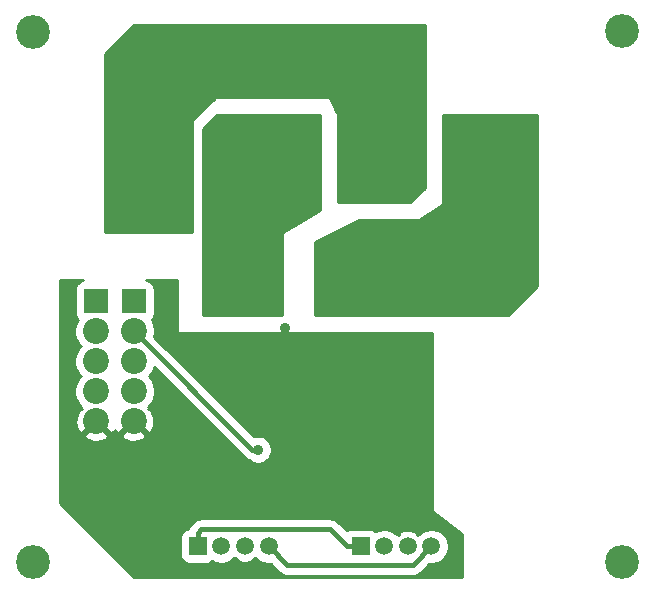
<source format=gbl>
G04 #@! TF.GenerationSoftware,KiCad,Pcbnew,(5.1.0)-1*
G04 #@! TF.CreationDate,2020-11-16T17:51:54+00:00*
G04 #@! TF.ProjectId,DC_Power_Monitor,44435f50-6f77-4657-925f-4d6f6e69746f,rev?*
G04 #@! TF.SameCoordinates,PX2455c20PY82ce540*
G04 #@! TF.FileFunction,Copper,L2,Bot*
G04 #@! TF.FilePolarity,Positive*
%FSLAX46Y46*%
G04 Gerber Fmt 4.6, Leading zero omitted, Abs format (unit mm)*
G04 Created by KiCad (PCBNEW (5.1.0)-1) date 2020-11-16 17:51:54*
%MOMM*%
%LPD*%
G04 APERTURE LIST*
%ADD10R,3.000000X3.000000*%
%ADD11C,3.000000*%
%ADD12R,2.100580X2.100580*%
%ADD13C,2.199640*%
%ADD14R,2.540000X6.350000*%
%ADD15R,2.540000X2.540000*%
%ADD16R,1.500000X1.500000*%
%ADD17C,1.500000*%
%ADD18C,2.864946*%
%ADD19C,0.889000*%
%ADD20C,0.381000*%
%ADD21C,0.254000*%
G04 APERTURE END LIST*
D10*
X23457000Y40405000D03*
D11*
X13932000Y40405000D03*
D10*
X42380000Y40405000D03*
D11*
X32855000Y40405000D03*
D12*
X11900000Y29610000D03*
D13*
X11900000Y27070000D03*
X11900000Y24530000D03*
X11900000Y21990000D03*
X11900000Y19450000D03*
D12*
X8725000Y29610000D03*
D13*
X8725000Y27070000D03*
X8725000Y24530000D03*
X8725000Y21990000D03*
X8725000Y19450000D03*
D14*
X28410000Y31515000D03*
D15*
X38570000Y31515000D03*
X36030000Y31515000D03*
D14*
X33490000Y31515000D03*
D15*
X41110000Y31515000D03*
D14*
X20790000Y31515000D03*
D16*
X31125000Y8861000D03*
D17*
X33125000Y8861000D03*
X35125000Y8861000D03*
X37125000Y8861000D03*
D16*
X17330000Y8861000D03*
D17*
X19330000Y8861000D03*
X21330000Y8861000D03*
X23330000Y8861000D03*
D18*
X3346451Y52434464D03*
X53296451Y52484464D03*
X53246452Y7534468D03*
X3346451Y7534464D03*
D19*
X24727000Y27324000D03*
X29680000Y14243000D03*
X22441000Y17037000D03*
D20*
X24727000Y27324000D02*
X24727000Y26695383D01*
X24727000Y26695383D02*
X29680000Y21742383D01*
X29680000Y21742383D02*
X29680000Y14243000D01*
X37125000Y8861000D02*
X35522000Y7258000D01*
X24933000Y7258000D02*
X23330000Y8861000D01*
X35522000Y7258000D02*
X24933000Y7258000D01*
X23330000Y37865000D02*
X23330000Y40405000D01*
X20790000Y31515000D02*
X20790000Y35325000D01*
X20790000Y35325000D02*
X23330000Y37865000D01*
X21933000Y17037000D02*
X22441000Y17037000D01*
X11900000Y27070000D02*
X21933000Y17037000D01*
X17330000Y9992000D02*
X17644000Y10306000D01*
X17330000Y8861000D02*
X17330000Y9992000D01*
X29994000Y8861000D02*
X31125000Y8861000D01*
X28549000Y10306000D02*
X29994000Y8861000D01*
X17644000Y10306000D02*
X28549000Y10306000D01*
D21*
G36*
X27648000Y37301907D02*
G01*
X24534659Y35433902D01*
X24514669Y35419062D01*
X24497958Y35400607D01*
X24485168Y35379247D01*
X24476792Y35355802D01*
X24473000Y35325000D01*
X24473000Y28467927D01*
X24468338Y28467000D01*
X17742000Y28467000D01*
X17742000Y44162394D01*
X18937606Y45358000D01*
X27648000Y45358000D01*
X27648000Y37301907D01*
X27648000Y37301907D01*
G37*
X27648000Y37301907D02*
X24534659Y35433902D01*
X24514669Y35419062D01*
X24497958Y35400607D01*
X24485168Y35379247D01*
X24476792Y35355802D01*
X24473000Y35325000D01*
X24473000Y28467927D01*
X24468338Y28467000D01*
X17742000Y28467000D01*
X17742000Y44162394D01*
X18937606Y45358000D01*
X27648000Y45358000D01*
X27648000Y37301907D01*
G36*
X46063000Y30932606D02*
G01*
X43597394Y28467000D01*
X27267000Y28467000D01*
X27267000Y34611510D01*
X30979980Y36468000D01*
X36030000Y36468000D01*
X36054776Y36470440D01*
X36078601Y36477667D01*
X36100447Y36489330D01*
X38005447Y37759330D01*
X38024709Y37775104D01*
X38040523Y37794332D01*
X38052282Y37816276D01*
X38059534Y37840093D01*
X38062000Y37865000D01*
X38062000Y45358000D01*
X46063000Y45358000D01*
X46063000Y30932606D01*
X46063000Y30932606D01*
G37*
X46063000Y30932606D02*
X43597394Y28467000D01*
X27267000Y28467000D01*
X27267000Y34611510D01*
X30979980Y36468000D01*
X36030000Y36468000D01*
X36054776Y36470440D01*
X36078601Y36477667D01*
X36100447Y36489330D01*
X38005447Y37759330D01*
X38024709Y37775104D01*
X38040523Y37794332D01*
X38052282Y37816276D01*
X38059534Y37840093D01*
X38062000Y37865000D01*
X38062000Y45358000D01*
X46063000Y45358000D01*
X46063000Y30932606D01*
G36*
X36538000Y39187606D02*
G01*
X35342394Y37992000D01*
X29172000Y37992000D01*
X29172000Y45485000D01*
X29169560Y45509776D01*
X29158592Y45541796D01*
X28523592Y46811796D01*
X28510329Y46832866D01*
X28493211Y46850943D01*
X28472894Y46865333D01*
X28450161Y46875483D01*
X28425884Y46881003D01*
X28410000Y46882000D01*
X18885000Y46882000D01*
X18860224Y46879560D01*
X18836399Y46872333D01*
X18814443Y46860597D01*
X18795197Y46844803D01*
X16890197Y44939803D01*
X16874403Y44920557D01*
X16862667Y44898601D01*
X16855440Y44874776D01*
X16853000Y44850000D01*
X16853000Y35452000D01*
X9487000Y35452000D01*
X9487000Y50512394D01*
X11952606Y52978000D01*
X36538000Y52978000D01*
X36538000Y39187606D01*
X36538000Y39187606D01*
G37*
X36538000Y39187606D02*
X35342394Y37992000D01*
X29172000Y37992000D01*
X29172000Y45485000D01*
X29169560Y45509776D01*
X29158592Y45541796D01*
X28523592Y46811796D01*
X28510329Y46832866D01*
X28493211Y46850943D01*
X28472894Y46865333D01*
X28450161Y46875483D01*
X28425884Y46881003D01*
X28410000Y46882000D01*
X18885000Y46882000D01*
X18860224Y46879560D01*
X18836399Y46872333D01*
X18814443Y46860597D01*
X18795197Y46844803D01*
X16890197Y44939803D01*
X16874403Y44920557D01*
X16862667Y44898601D01*
X16855440Y44874776D01*
X16853000Y44850000D01*
X16853000Y35452000D01*
X9487000Y35452000D01*
X9487000Y50512394D01*
X11952606Y52978000D01*
X36538000Y52978000D01*
X36538000Y39187606D01*
G36*
X7532193Y31376770D02*
G01*
X7395153Y31335200D01*
X7268857Y31267693D01*
X7158156Y31176844D01*
X7067307Y31066143D01*
X6999800Y30939847D01*
X6958230Y30802807D01*
X6944193Y30660290D01*
X6944193Y28559710D01*
X6958230Y28417193D01*
X6999800Y28280153D01*
X7067307Y28153857D01*
X7158156Y28043156D01*
X7171065Y28032562D01*
X7106093Y27935324D01*
X6968384Y27602864D01*
X6898180Y27249926D01*
X6898180Y26890074D01*
X6968384Y26537136D01*
X7106093Y26204676D01*
X7306016Y25905470D01*
X7411486Y25800000D01*
X7306016Y25694530D01*
X7106093Y25395324D01*
X6968384Y25062864D01*
X6898180Y24709926D01*
X6898180Y24350074D01*
X6968384Y23997136D01*
X7106093Y23664676D01*
X7306016Y23365470D01*
X7411486Y23260000D01*
X7306016Y23154530D01*
X7106093Y22855324D01*
X6968384Y22522864D01*
X6898180Y22169926D01*
X6898180Y21810074D01*
X6968384Y21457136D01*
X7106093Y21124676D01*
X7306016Y20825470D01*
X7471039Y20660447D01*
X7402992Y20592400D01*
X7518415Y20476977D01*
X7243809Y20369167D01*
X7092948Y20062540D01*
X7004806Y19732372D01*
X6982772Y19391353D01*
X7027690Y19052588D01*
X7137834Y18729095D01*
X7243809Y18530833D01*
X7518417Y18423022D01*
X8545395Y19450000D01*
X8531253Y19464142D01*
X8710858Y19643747D01*
X8725000Y19629605D01*
X8739143Y19643747D01*
X8918748Y19464142D01*
X8904605Y19450000D01*
X9931583Y18423022D01*
X10206191Y18530833D01*
X10309113Y18740023D01*
X10312834Y18729095D01*
X10418809Y18530833D01*
X10693417Y18423022D01*
X11720395Y19450000D01*
X11706253Y19464142D01*
X11885858Y19643747D01*
X11900000Y19629605D01*
X11914143Y19643747D01*
X12093748Y19464142D01*
X12079605Y19450000D01*
X13106583Y18423022D01*
X13381191Y18530833D01*
X13532052Y18837460D01*
X13620194Y19167628D01*
X13642228Y19508647D01*
X13597310Y19847412D01*
X13487166Y20170905D01*
X13381191Y20369167D01*
X13106585Y20476977D01*
X13222008Y20592400D01*
X13153961Y20660447D01*
X13318984Y20825470D01*
X13518907Y21124676D01*
X13656616Y21457136D01*
X13726820Y21810074D01*
X13726820Y22169926D01*
X13656616Y22522864D01*
X13518907Y22855324D01*
X13318984Y23154530D01*
X13213514Y23260000D01*
X13318984Y23365470D01*
X13518907Y23664676D01*
X13656616Y23997136D01*
X13659720Y24012740D01*
X21252363Y16420096D01*
X21281091Y16385091D01*
X21420798Y16270436D01*
X21580189Y16185239D01*
X21660317Y16160933D01*
X21694213Y16127037D01*
X21886087Y15998831D01*
X22099286Y15910520D01*
X22325617Y15865500D01*
X22556383Y15865500D01*
X22782714Y15910520D01*
X22995913Y15998831D01*
X23187787Y16127037D01*
X23350963Y16290213D01*
X23479169Y16482087D01*
X23567480Y16695286D01*
X23612500Y16921617D01*
X23612500Y17152383D01*
X23567480Y17378714D01*
X23479169Y17591913D01*
X23350963Y17783787D01*
X23187787Y17946963D01*
X22995913Y18075169D01*
X22782714Y18163480D01*
X22556383Y18208500D01*
X22325617Y18208500D01*
X22103269Y18164272D01*
X13668858Y26598682D01*
X13726820Y26890074D01*
X13726820Y27249926D01*
X13656616Y27602864D01*
X13518907Y27935324D01*
X13453935Y28032562D01*
X13466844Y28043156D01*
X13557693Y28153857D01*
X13625200Y28280153D01*
X13666770Y28417193D01*
X13680807Y28559710D01*
X13680807Y30660290D01*
X13666770Y30802807D01*
X13625200Y30939847D01*
X13557693Y31066143D01*
X13466844Y31176844D01*
X13356143Y31267693D01*
X13229847Y31335200D01*
X13092807Y31376770D01*
X12978789Y31388000D01*
X15583000Y31388000D01*
X15583000Y27070000D01*
X15585440Y27045224D01*
X15592667Y27021399D01*
X15604403Y26999443D01*
X15620197Y26980197D01*
X15639443Y26964403D01*
X15661399Y26952667D01*
X15685224Y26945440D01*
X15710000Y26943000D01*
X37173000Y26943000D01*
X37173000Y11830000D01*
X37175440Y11805224D01*
X37182667Y11781399D01*
X37194403Y11759443D01*
X37210197Y11740197D01*
X37223800Y11728400D01*
X39713000Y9861500D01*
X39713000Y6242000D01*
X11952606Y6242000D01*
X8583606Y9611000D01*
X15849483Y9611000D01*
X15849483Y8111000D01*
X15863520Y7968483D01*
X15905090Y7831443D01*
X15972597Y7705147D01*
X16063446Y7594446D01*
X16174147Y7503597D01*
X16300443Y7436090D01*
X16437483Y7394520D01*
X16580000Y7380483D01*
X18080000Y7380483D01*
X18222517Y7394520D01*
X18359557Y7436090D01*
X18485853Y7503597D01*
X18583291Y7583562D01*
X18630378Y7552099D01*
X18899175Y7440760D01*
X19184528Y7384000D01*
X19475472Y7384000D01*
X19760825Y7440760D01*
X20029622Y7552099D01*
X20271533Y7713739D01*
X20390750Y7832956D01*
X20436157Y7787549D01*
X20552613Y7904005D01*
X20618137Y7665140D01*
X20865116Y7549240D01*
X21129960Y7483750D01*
X21402492Y7471188D01*
X21672238Y7512035D01*
X21928832Y7604723D01*
X22041863Y7665140D01*
X22107387Y7904005D01*
X22223843Y7787549D01*
X22269250Y7832956D01*
X22388467Y7713739D01*
X22630378Y7552099D01*
X22899175Y7440760D01*
X23184528Y7384000D01*
X23475472Y7384000D01*
X23503821Y7389639D01*
X24252363Y6641096D01*
X24281091Y6606091D01*
X24420798Y6491436D01*
X24580189Y6406239D01*
X24753139Y6353776D01*
X24887931Y6340500D01*
X24887940Y6340500D01*
X24932999Y6336062D01*
X24978058Y6340500D01*
X35476938Y6340500D01*
X35522000Y6336062D01*
X35567062Y6340500D01*
X35567069Y6340500D01*
X35701861Y6353776D01*
X35874811Y6406239D01*
X36034202Y6491436D01*
X36173909Y6606091D01*
X36202641Y6641101D01*
X36951179Y7389639D01*
X36979528Y7384000D01*
X37270472Y7384000D01*
X37555825Y7440760D01*
X37824622Y7552099D01*
X38066533Y7713739D01*
X38272261Y7919467D01*
X38433901Y8161378D01*
X38545240Y8430175D01*
X38602000Y8715528D01*
X38602000Y9006472D01*
X38545240Y9291825D01*
X38433901Y9560622D01*
X38272261Y9802533D01*
X38066533Y10008261D01*
X37824622Y10169901D01*
X37555825Y10281240D01*
X37270472Y10338000D01*
X36979528Y10338000D01*
X36694175Y10281240D01*
X36425378Y10169901D01*
X36183467Y10008261D01*
X36064250Y9889044D01*
X36018843Y9934451D01*
X35902387Y9817995D01*
X35836863Y10056860D01*
X35589884Y10172760D01*
X35325040Y10238250D01*
X35052508Y10250812D01*
X34782762Y10209965D01*
X34526168Y10117277D01*
X34413137Y10056860D01*
X34347613Y9817995D01*
X34231157Y9934451D01*
X34185750Y9889044D01*
X34066533Y10008261D01*
X33824622Y10169901D01*
X33555825Y10281240D01*
X33270472Y10338000D01*
X32979528Y10338000D01*
X32694175Y10281240D01*
X32425378Y10169901D01*
X32378291Y10138438D01*
X32280853Y10218403D01*
X32154557Y10285910D01*
X32017517Y10327480D01*
X31875000Y10341517D01*
X30375000Y10341517D01*
X30232483Y10327480D01*
X30095443Y10285910D01*
X29969147Y10218403D01*
X29949918Y10202622D01*
X29229641Y10922899D01*
X29200909Y10957909D01*
X29061202Y11072564D01*
X28901811Y11157761D01*
X28728861Y11210224D01*
X28594069Y11223500D01*
X28594062Y11223500D01*
X28549000Y11227938D01*
X28503938Y11223500D01*
X17689061Y11223500D01*
X17643999Y11227938D01*
X17598937Y11223500D01*
X17598931Y11223500D01*
X17482627Y11212045D01*
X17464138Y11210224D01*
X17431485Y11200319D01*
X17291189Y11157761D01*
X17131798Y11072564D01*
X16992091Y10957909D01*
X16963359Y10922899D01*
X16713097Y10672637D01*
X16678092Y10643909D01*
X16649364Y10608904D01*
X16649361Y10608901D01*
X16614158Y10566005D01*
X16563437Y10504202D01*
X16517897Y10419004D01*
X16478239Y10344810D01*
X16474075Y10331084D01*
X16437483Y10327480D01*
X16300443Y10285910D01*
X16174147Y10218403D01*
X16063446Y10127554D01*
X15972597Y10016853D01*
X15905090Y9890557D01*
X15863520Y9753517D01*
X15849483Y9611000D01*
X8583606Y9611000D01*
X5677000Y12517606D01*
X5677000Y18243417D01*
X7698022Y18243417D01*
X7805833Y17968809D01*
X8112460Y17817948D01*
X8442628Y17729806D01*
X8783647Y17707772D01*
X9122412Y17752690D01*
X9445905Y17862834D01*
X9644167Y17968809D01*
X9751978Y18243417D01*
X10873022Y18243417D01*
X10980833Y17968809D01*
X11287460Y17817948D01*
X11617628Y17729806D01*
X11958647Y17707772D01*
X12297412Y17752690D01*
X12620905Y17862834D01*
X12819167Y17968809D01*
X12926978Y18243417D01*
X11900000Y19270395D01*
X10873022Y18243417D01*
X9751978Y18243417D01*
X8725000Y19270395D01*
X7698022Y18243417D01*
X5677000Y18243417D01*
X5677000Y31388000D01*
X7646211Y31388000D01*
X7532193Y31376770D01*
X7532193Y31376770D01*
G37*
X7532193Y31376770D02*
X7395153Y31335200D01*
X7268857Y31267693D01*
X7158156Y31176844D01*
X7067307Y31066143D01*
X6999800Y30939847D01*
X6958230Y30802807D01*
X6944193Y30660290D01*
X6944193Y28559710D01*
X6958230Y28417193D01*
X6999800Y28280153D01*
X7067307Y28153857D01*
X7158156Y28043156D01*
X7171065Y28032562D01*
X7106093Y27935324D01*
X6968384Y27602864D01*
X6898180Y27249926D01*
X6898180Y26890074D01*
X6968384Y26537136D01*
X7106093Y26204676D01*
X7306016Y25905470D01*
X7411486Y25800000D01*
X7306016Y25694530D01*
X7106093Y25395324D01*
X6968384Y25062864D01*
X6898180Y24709926D01*
X6898180Y24350074D01*
X6968384Y23997136D01*
X7106093Y23664676D01*
X7306016Y23365470D01*
X7411486Y23260000D01*
X7306016Y23154530D01*
X7106093Y22855324D01*
X6968384Y22522864D01*
X6898180Y22169926D01*
X6898180Y21810074D01*
X6968384Y21457136D01*
X7106093Y21124676D01*
X7306016Y20825470D01*
X7471039Y20660447D01*
X7402992Y20592400D01*
X7518415Y20476977D01*
X7243809Y20369167D01*
X7092948Y20062540D01*
X7004806Y19732372D01*
X6982772Y19391353D01*
X7027690Y19052588D01*
X7137834Y18729095D01*
X7243809Y18530833D01*
X7518417Y18423022D01*
X8545395Y19450000D01*
X8531253Y19464142D01*
X8710858Y19643747D01*
X8725000Y19629605D01*
X8739143Y19643747D01*
X8918748Y19464142D01*
X8904605Y19450000D01*
X9931583Y18423022D01*
X10206191Y18530833D01*
X10309113Y18740023D01*
X10312834Y18729095D01*
X10418809Y18530833D01*
X10693417Y18423022D01*
X11720395Y19450000D01*
X11706253Y19464142D01*
X11885858Y19643747D01*
X11900000Y19629605D01*
X11914143Y19643747D01*
X12093748Y19464142D01*
X12079605Y19450000D01*
X13106583Y18423022D01*
X13381191Y18530833D01*
X13532052Y18837460D01*
X13620194Y19167628D01*
X13642228Y19508647D01*
X13597310Y19847412D01*
X13487166Y20170905D01*
X13381191Y20369167D01*
X13106585Y20476977D01*
X13222008Y20592400D01*
X13153961Y20660447D01*
X13318984Y20825470D01*
X13518907Y21124676D01*
X13656616Y21457136D01*
X13726820Y21810074D01*
X13726820Y22169926D01*
X13656616Y22522864D01*
X13518907Y22855324D01*
X13318984Y23154530D01*
X13213514Y23260000D01*
X13318984Y23365470D01*
X13518907Y23664676D01*
X13656616Y23997136D01*
X13659720Y24012740D01*
X21252363Y16420096D01*
X21281091Y16385091D01*
X21420798Y16270436D01*
X21580189Y16185239D01*
X21660317Y16160933D01*
X21694213Y16127037D01*
X21886087Y15998831D01*
X22099286Y15910520D01*
X22325617Y15865500D01*
X22556383Y15865500D01*
X22782714Y15910520D01*
X22995913Y15998831D01*
X23187787Y16127037D01*
X23350963Y16290213D01*
X23479169Y16482087D01*
X23567480Y16695286D01*
X23612500Y16921617D01*
X23612500Y17152383D01*
X23567480Y17378714D01*
X23479169Y17591913D01*
X23350963Y17783787D01*
X23187787Y17946963D01*
X22995913Y18075169D01*
X22782714Y18163480D01*
X22556383Y18208500D01*
X22325617Y18208500D01*
X22103269Y18164272D01*
X13668858Y26598682D01*
X13726820Y26890074D01*
X13726820Y27249926D01*
X13656616Y27602864D01*
X13518907Y27935324D01*
X13453935Y28032562D01*
X13466844Y28043156D01*
X13557693Y28153857D01*
X13625200Y28280153D01*
X13666770Y28417193D01*
X13680807Y28559710D01*
X13680807Y30660290D01*
X13666770Y30802807D01*
X13625200Y30939847D01*
X13557693Y31066143D01*
X13466844Y31176844D01*
X13356143Y31267693D01*
X13229847Y31335200D01*
X13092807Y31376770D01*
X12978789Y31388000D01*
X15583000Y31388000D01*
X15583000Y27070000D01*
X15585440Y27045224D01*
X15592667Y27021399D01*
X15604403Y26999443D01*
X15620197Y26980197D01*
X15639443Y26964403D01*
X15661399Y26952667D01*
X15685224Y26945440D01*
X15710000Y26943000D01*
X37173000Y26943000D01*
X37173000Y11830000D01*
X37175440Y11805224D01*
X37182667Y11781399D01*
X37194403Y11759443D01*
X37210197Y11740197D01*
X37223800Y11728400D01*
X39713000Y9861500D01*
X39713000Y6242000D01*
X11952606Y6242000D01*
X8583606Y9611000D01*
X15849483Y9611000D01*
X15849483Y8111000D01*
X15863520Y7968483D01*
X15905090Y7831443D01*
X15972597Y7705147D01*
X16063446Y7594446D01*
X16174147Y7503597D01*
X16300443Y7436090D01*
X16437483Y7394520D01*
X16580000Y7380483D01*
X18080000Y7380483D01*
X18222517Y7394520D01*
X18359557Y7436090D01*
X18485853Y7503597D01*
X18583291Y7583562D01*
X18630378Y7552099D01*
X18899175Y7440760D01*
X19184528Y7384000D01*
X19475472Y7384000D01*
X19760825Y7440760D01*
X20029622Y7552099D01*
X20271533Y7713739D01*
X20390750Y7832956D01*
X20436157Y7787549D01*
X20552613Y7904005D01*
X20618137Y7665140D01*
X20865116Y7549240D01*
X21129960Y7483750D01*
X21402492Y7471188D01*
X21672238Y7512035D01*
X21928832Y7604723D01*
X22041863Y7665140D01*
X22107387Y7904005D01*
X22223843Y7787549D01*
X22269250Y7832956D01*
X22388467Y7713739D01*
X22630378Y7552099D01*
X22899175Y7440760D01*
X23184528Y7384000D01*
X23475472Y7384000D01*
X23503821Y7389639D01*
X24252363Y6641096D01*
X24281091Y6606091D01*
X24420798Y6491436D01*
X24580189Y6406239D01*
X24753139Y6353776D01*
X24887931Y6340500D01*
X24887940Y6340500D01*
X24932999Y6336062D01*
X24978058Y6340500D01*
X35476938Y6340500D01*
X35522000Y6336062D01*
X35567062Y6340500D01*
X35567069Y6340500D01*
X35701861Y6353776D01*
X35874811Y6406239D01*
X36034202Y6491436D01*
X36173909Y6606091D01*
X36202641Y6641101D01*
X36951179Y7389639D01*
X36979528Y7384000D01*
X37270472Y7384000D01*
X37555825Y7440760D01*
X37824622Y7552099D01*
X38066533Y7713739D01*
X38272261Y7919467D01*
X38433901Y8161378D01*
X38545240Y8430175D01*
X38602000Y8715528D01*
X38602000Y9006472D01*
X38545240Y9291825D01*
X38433901Y9560622D01*
X38272261Y9802533D01*
X38066533Y10008261D01*
X37824622Y10169901D01*
X37555825Y10281240D01*
X37270472Y10338000D01*
X36979528Y10338000D01*
X36694175Y10281240D01*
X36425378Y10169901D01*
X36183467Y10008261D01*
X36064250Y9889044D01*
X36018843Y9934451D01*
X35902387Y9817995D01*
X35836863Y10056860D01*
X35589884Y10172760D01*
X35325040Y10238250D01*
X35052508Y10250812D01*
X34782762Y10209965D01*
X34526168Y10117277D01*
X34413137Y10056860D01*
X34347613Y9817995D01*
X34231157Y9934451D01*
X34185750Y9889044D01*
X34066533Y10008261D01*
X33824622Y10169901D01*
X33555825Y10281240D01*
X33270472Y10338000D01*
X32979528Y10338000D01*
X32694175Y10281240D01*
X32425378Y10169901D01*
X32378291Y10138438D01*
X32280853Y10218403D01*
X32154557Y10285910D01*
X32017517Y10327480D01*
X31875000Y10341517D01*
X30375000Y10341517D01*
X30232483Y10327480D01*
X30095443Y10285910D01*
X29969147Y10218403D01*
X29949918Y10202622D01*
X29229641Y10922899D01*
X29200909Y10957909D01*
X29061202Y11072564D01*
X28901811Y11157761D01*
X28728861Y11210224D01*
X28594069Y11223500D01*
X28594062Y11223500D01*
X28549000Y11227938D01*
X28503938Y11223500D01*
X17689061Y11223500D01*
X17643999Y11227938D01*
X17598937Y11223500D01*
X17598931Y11223500D01*
X17482627Y11212045D01*
X17464138Y11210224D01*
X17431485Y11200319D01*
X17291189Y11157761D01*
X17131798Y11072564D01*
X16992091Y10957909D01*
X16963359Y10922899D01*
X16713097Y10672637D01*
X16678092Y10643909D01*
X16649364Y10608904D01*
X16649361Y10608901D01*
X16614158Y10566005D01*
X16563437Y10504202D01*
X16517897Y10419004D01*
X16478239Y10344810D01*
X16474075Y10331084D01*
X16437483Y10327480D01*
X16300443Y10285910D01*
X16174147Y10218403D01*
X16063446Y10127554D01*
X15972597Y10016853D01*
X15905090Y9890557D01*
X15863520Y9753517D01*
X15849483Y9611000D01*
X8583606Y9611000D01*
X5677000Y12517606D01*
X5677000Y18243417D01*
X7698022Y18243417D01*
X7805833Y17968809D01*
X8112460Y17817948D01*
X8442628Y17729806D01*
X8783647Y17707772D01*
X9122412Y17752690D01*
X9445905Y17862834D01*
X9644167Y17968809D01*
X9751978Y18243417D01*
X10873022Y18243417D01*
X10980833Y17968809D01*
X11287460Y17817948D01*
X11617628Y17729806D01*
X11958647Y17707772D01*
X12297412Y17752690D01*
X12620905Y17862834D01*
X12819167Y17968809D01*
X12926978Y18243417D01*
X11900000Y19270395D01*
X10873022Y18243417D01*
X9751978Y18243417D01*
X8725000Y19270395D01*
X7698022Y18243417D01*
X5677000Y18243417D01*
X5677000Y31388000D01*
X7646211Y31388000D01*
X7532193Y31376770D01*
G36*
X35318748Y8875142D02*
G01*
X35304605Y8861000D01*
X35318748Y8846857D01*
X35139143Y8667252D01*
X35125000Y8681395D01*
X35110858Y8667252D01*
X34931253Y8846857D01*
X34945395Y8861000D01*
X34931253Y8875142D01*
X35110858Y9054747D01*
X35125000Y9040605D01*
X35139143Y9054747D01*
X35318748Y8875142D01*
X35318748Y8875142D01*
G37*
X35318748Y8875142D02*
X35304605Y8861000D01*
X35318748Y8846857D01*
X35139143Y8667252D01*
X35125000Y8681395D01*
X35110858Y8667252D01*
X34931253Y8846857D01*
X34945395Y8861000D01*
X34931253Y8875142D01*
X35110858Y9054747D01*
X35125000Y9040605D01*
X35139143Y9054747D01*
X35318748Y8875142D01*
G36*
X21523748Y8875142D02*
G01*
X21509605Y8861000D01*
X21523748Y8846857D01*
X21344143Y8667252D01*
X21330000Y8681395D01*
X21315858Y8667252D01*
X21136253Y8846857D01*
X21150395Y8861000D01*
X21136253Y8875142D01*
X21315858Y9054747D01*
X21330000Y9040605D01*
X21344143Y9054747D01*
X21523748Y8875142D01*
X21523748Y8875142D01*
G37*
X21523748Y8875142D02*
X21509605Y8861000D01*
X21523748Y8846857D01*
X21344143Y8667252D01*
X21330000Y8681395D01*
X21315858Y8667252D01*
X21136253Y8846857D01*
X21150395Y8861000D01*
X21136253Y8875142D01*
X21315858Y9054747D01*
X21330000Y9040605D01*
X21344143Y9054747D01*
X21523748Y8875142D01*
M02*

</source>
